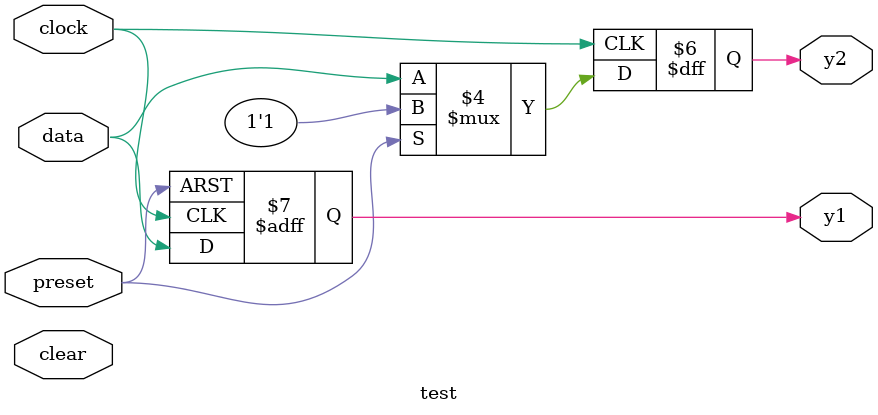
<source format=v>
module test (y1, y2, data, clock, preset, clear);
input data, clock, preset, clear;
output y1, y2;
reg y1, y2;
always @(posedge clock or posedge preset)
//asynchronous set signal "preset"
begin: forset
if (preset)
y1 = 1;
else
y1 = data;
end
always @(posedge clock)
begin
if (preset)//synchronous set "preset", mixed
y2 = 1;
else
y2 = data;
end
endmodule

</source>
